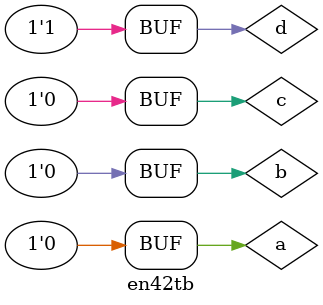
<source format=v>
module en42tb ();
reg a,b,c,d;
wire o1,o2;
en42 rt (a,b,c,d,o1,o2);
initial begin
a=1;b=0;c=0;d=0;#10;
a=0;b=1;c=0;d=0;#10;
a=0;b=0;c=1;d=0;#10;
a=0;b=0;c=0;d=1;
end
initial
$monitor(o1,o2);
endmodule

</source>
